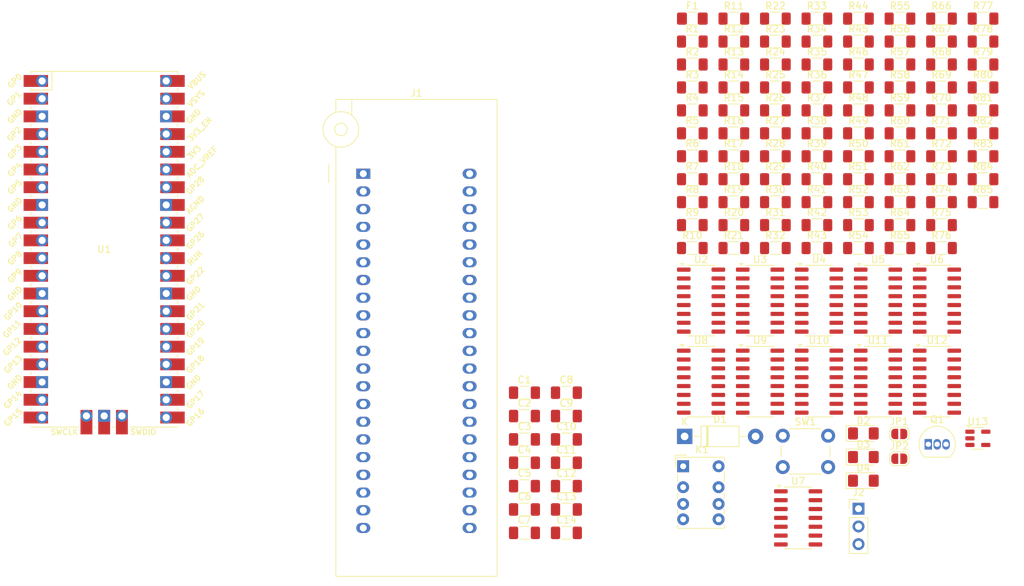
<source format=kicad_pcb>
(kicad_pcb (version 20240108) (generator "pcbnew") (generator_version "8.0")
  (layers (0 "F.Cu" signal) (31 "B.Cu" signal) (34 "B.Paste" user) (35 "F.Paste" user) (36 "B.SilkS" user "B.Silkscreen") (37 "F.SilkS" user "F.Silkscreen") (38 "B.Mask" user) (39 "F.Mask" user) (44 "Edge.Cuts" user))
  (net 0 "")
  (net 1 "GND")
  (net 2 "/SWITCHED_VCC")
  (net 3 "VCC")
  (net 4 "+3V3")
  (net 5 "Net-(D1-A)")
  (net 6 "Net-(D2-K)")
  (net 7 "Net-(D3-A)")
  (net 8 "Net-(D4-A)")
  (net 9 "Net-(U1-VBUS)")
  (net 10 "/ZIF_4")
  (net 11 "/ZIF_2")
  (net 12 "/ZIF_33")
  (net 13 "/ZIF_37")
  (net 14 "/ZIF_26")
  (net 15 "/ZIF_15")
  (net 16 "/ZIF_34")
  (net 17 "/ZIF_11")
  (net 18 "/ZIF_29")
  (net 19 "/ZIF_17")
  (net 20 "/ZIF_22")
  (net 21 "/ZIF_20")
  (net 22 "/ZIF_25")
  (net 23 "/ZIF_3")
  (net 24 "/ZIF_1")
  (net 25 "/ZIF_12")
  (net 26 "/ZIF_31")
  (net 27 "/ZIF_14")
  (net 28 "/ZIF_27")
  (net 29 "/ZIF_8")
  (net 30 "/ZIF_32")
  (net 31 "/ZIF_24")
  (net 32 "/ZIF_41")
  (net 33 "/ZIF_18")
  (net 34 "/ZIF_40")
  (net 35 "/ZIF_13")
  (net 36 "/ZIF_30")
  (net 37 "/ZIF_39")
  (net 38 "/ZIF_7")
  (net 39 "/ZIF_10")
  (net 40 "/ZIF_38")
  (net 41 "/ZIF_23")
  (net 42 "/ZIF_35")
  (net 43 "/ZIF_36")
  (net 44 "/ZIF_6")
  (net 45 "/ZIF_5")
  (net 46 "/ZIF_28")
  (net 47 "/ZIF_16")
  (net 48 "/ZIF_9")
  (net 49 "/ZIF_19")
  (net 50 "Net-(J2-Pin_3)")
  (net 51 "Net-(J2-Pin_1)")
  (net 52 "Net-(JP1-B)")
  (net 53 "Net-(JP2-B)")
  (net 56 "Net-(Q1-B)")
  (net 57 "Net-(R1-Pad1)")
  (net 58 "Net-(U2-QA)")
  (net 59 "Net-(U2-QB)")
  (net 60 "Net-(U2-QC)")
  (net 61 "Net-(U2-QD)")
  (net 62 "Net-(U2-QE)")
  (net 63 "Net-(U2-QF)")
  (net 64 "Net-(U2-QG)")
  (net 65 "Net-(U2-QH)")
  (net 66 "Net-(U3-QA)")
  (net 67 "Net-(U3-QB)")
  (net 68 "Net-(U3-QC)")
  (net 69 "Net-(U3-QD)")
  (net 70 "Net-(U3-QE)")
  (net 71 "Net-(U3-QF)")
  (net 72 "Net-(U3-QG)")
  (net 73 "Net-(U3-QH)")
  (net 74 "Net-(U4-QA)")
  (net 75 "Net-(U4-QB)")
  (net 76 "Net-(U4-QC)")
  (net 77 "Net-(U4-QD)")
  (net 78 "Net-(U4-QE)")
  (net 79 "Net-(U4-QF)")
  (net 80 "Net-(U4-QG)")
  (net 81 "Net-(U4-QH)")
  (net 82 "Net-(U5-QA)")
  (net 83 "Net-(U5-QB)")
  (net 84 "Net-(U5-QC)")
  (net 85 "Net-(U5-QD)")
  (net 86 "Net-(U5-QE)")
  (net 87 "Net-(U5-QF)")
  (net 88 "Net-(U5-QG)")
  (net 89 "Net-(U5-QH)")
  (net 90 "Net-(U6-QA)")
  (net 91 "Net-(U6-QB)")
  (net 92 "Net-(U6-QC)")
  (net 93 "Net-(U6-QD)")
  (net 94 "Net-(U6-QE)")
  (net 95 "Net-(U6-QF)")
  (net 96 "Net-(U6-QG)")
  (net 97 "Net-(U6-QH)")
  (net 98 "/SIPO_CLK")
  (net 99 "/PISO_CLK")
  (net 100 "Net-(U1-RUN)")
  (net 103 "/~{SIPO_OE}")
  (net 106 "/SIPO_SER")
  (net 112 "/SIPO_RCLK")
  (net 116 "/~{SIPO_CLR}")
  (net 122 "/PISO_SH")
  (net 125 "/~{PISO_CLR}")
  (net 128 "/PISO_INH")
  (net 131 "/~{RELAY_ENABLE}")
  (net 132 "/PISO_SER_3V3")
  (net 144 "Net-(U2-QH')")
  (net 145 "Net-(U2-~{OE})")
  (net 146 "Net-(U3-QH')")
  (net 147 "Net-(U4-QH')")
  (net 148 "Net-(U5-QH')")
  (net 150 "Net-(U7-Pad4)")
  (net 151 "Net-(U7-Pad1)")
  (net 152 "Net-(U8-Qh)")
  (net 153 "Net-(U10-Ds)")
  (net 155 "Net-(U10-Qh)")
  (net 156 "Net-(U11-Qh)")
  (net 157 "/PISO_SER")
  (footprint "Resistor_SMD:R_1206_3216Metric_Pad1.30x1.75mm_HandSolder" (layer "F.Cu") (at 139.093 64.51)
    (property "Reference" "R29")
    (property "Value" "10K")
  )
  (footprint "Resistor_SMD:R_1206_3216Metric_Pad1.30x1.75mm_HandSolder" (layer "F.Cu") (at 156.943 74.38)
    (property "Reference" "R65")
    (property "Value" "100K")
  )
  (footprint "Resistor_SMD:R_1206_3216Metric_Pad1.30x1.75mm_HandSolder" (layer "F.Cu") (at 133.143 61.22)
    (property "Reference" "R17")
    (property "Value" "10K")
  )
  (footprint "Package_SO:SOIC-16_3.9x9.9mm_P1.27mm" (layer "F.Cu") (at 136.893 93.54)
    (property "Reference" "U9")
    (property "Value" "74HCT166")
  )
  (footprint "Resistor_SMD:R_1206_3216Metric_Pad1.30x1.75mm_HandSolder" (layer "F.Cu") (at 127.193 57.93)
    (property "Reference" "R5")
    (property "Value" "10K")
  )
  (footprint "Capacitor_SMD:C_1206_3216Metric_Pad1.33x1.80mm_HandSolder" (layer "F.Cu") (at 103.143 111.87)
    (property "Reference" "C6")
    (property "Value" "100nF")
  )
  (footprint "Capacitor_SMD:C_1206_3216Metric_Pad1.33x1.80mm_HandSolder" (layer "F.Cu") (at 103.143 101.82)
    (property "Reference" "C3")
    (property "Value" "100nF")
  )
  (footprint "Capacitor_SMD:C_1206_3216Metric_Pad1.33x1.80mm_HandSolder" (layer "F.Cu") (at 109.153 101.82)
    (property "Reference" "C10")
    (property "Value" "100nF")
  )
  (footprint "Resistor_SMD:R_1206_3216Metric_Pad1.30x1.75mm_HandSolder" (layer "F.Cu") (at 145.043 71.09)
    (property "Reference" "R42")
    (property "Value" "100K")
  )
  (footprint "Resistor_SMD:R_1206_3216Metric_Pad1.30x1.75mm_HandSolder" (layer "F.Cu") (at 162.893 57.93)
    (property "Reference" "R71")
    (property "Value" "100K")
  )
  (footprint "Capacitor_SMD:C_1206_3216Metric_Pad1.33x1.80mm_HandSolder" (layer "F.Cu") (at 109.153 111.87)
    (property "Reference" "C13")
    (property "Value" "100nF")
  )
  (footprint "Resistor_SMD:R_1206_3216Metric_Pad1.30x1.75mm_HandSolder" (layer "F.Cu") (at 139.093 44.77)
    (property "Reference" "R23")
    (property "Value" "10K")
  )
  (footprint "Resistor_SMD:R_1206_3216Metric_Pad1.30x1.75mm_HandSolder" (layer "F.Cu") (at 150.993 57.93)
    (property "Reference" "R49")
    (property "Value" "100K")
  )
  (footprint "Capacitor_SMD:C_1206_3216Metric_Pad1.33x1.80mm_HandSolder" (layer "F.Cu") (at 109.153 95.12)
    (property "Reference" "C8")
    (property "Value" "100nF")
  )
  (footprint "Resistor_SMD:R_1206_3216Metric_Pad1.30x1.75mm_HandSolder" (layer "F.Cu") (at 168.843 51.35)
    (property "Reference" "R80")
    (property "Value" "100K")
  )
  (footprint "Capacitor_SMD:C_1206_3216Metric_Pad1.33x1.80mm_HandSolder" (layer "F.Cu") (at 109.153 108.52)
    (property "Reference" "C12")
    (property "Value" "100nF")
  )
  (footprint "Capacitor_SMD:C_1206_3216Metric_Pad1.33x1.80mm_HandSolder" (layer "F.Cu") (at 103.143 98.47)
    (property "Reference" "C2")
    (property "Value" "10uF")
  )
  (footprint "Diode_THT:D_DO-41_SOD81_P10.16mm_Horizontal" (layer "F.Cu") (at 126.093 101.39)
    (property "Reference" "D1")
    (property "Value" "1N5818")
  )
  (footprint "Resistor_SMD:R_1206_3216Metric_Pad1.30x1.75mm_HandSolder" (layer "F.Cu") (at 127.193 67.8)
    (property "Reference" "R8")
    (property "Value" "10K")
  )
  (footprint "Resistor_SMD:R_1206_3216Metric_Pad1.30x1.75mm_HandSolder" (layer "F.Cu") (at 133.143 71.09)
    (property "Reference" "R20")
    (property "Value" "10K")
  )
  (footprint "Resistor_SMD:R_1206_3216Metric_Pad1.30x1.75mm_HandSolder" (layer "F.Cu") (at 162.893 41.48)
    (property "Reference" "R66")
    (property "Value" "100K")
  )
  (footprint "Resistor_SMD:R_1206_3216Metric_Pad1.30x1.75mm_HandSolder" (layer "F.Cu") (at 168.843 67.8)
    (property "Reference" "R85")
    (property "Value" "100K")
  )
  (footprint "Jumper:SolderJumper-2_P1.3mm_Open_RoundedPad1.0x1.5mm" (layer "F.Cu") (at 156.843 101.04)
    (property "Reference" "JP1")
    (property "Value" "Switch 1")
  )
  (footprint "Capacitor_SMD:C_1206_3216Metric_Pad1.33x1.80mm_HandSolder" (layer "F.Cu") (at 103.143 108.52)
    (property "Reference" "C5")
    (property "Value" "100nF")
  )
  (footprint "Resistor_SMD:R_1206_3216Metric_Pad1.30x1.75mm_HandSolder" (layer "F.Cu") (at 133.143 74.38)
    (property "Reference" "R21")
    (property "Value" "10K")
  )
  (footprint "Resistor_SMD:R_1206_3216Metric_Pad1.30x1.75mm_HandSolder" (layer "F.Cu") (at 139.093 54.64)
    (property "Reference" "R26")
    (property "Value" "10K")
  )
  (footprint "Resistor_SMD:R_1206_3216Metric_Pad1.30x1.75mm_HandSolder" (layer "F.Cu") (at 145.043 44.77)
    (property "Reference" "R34")
    (property "Value" "10K")
  )
  (footprint "Package_SO:SOIC-16_3.9x9.9mm_P1.27mm" (layer "F.Cu") (at 153.793 93.54)
    (property "Reference" "U11")
    (property "Value" "74HCT166")
  )
  (footprint "Package_SO:SOIC-14_3.9x8.7mm_P1.27mm" (layer "F.Cu") (at 142.353 113.075)
    (property "Reference" "U7")
    (property "Value" "74HCT02")
  )
  (footprint "Resistor_SMD:R_1206_3216Metric_Pad1.30x1.75mm_HandSolder" (layer "F.Cu") (at 127.193 61.22)
    (property "Reference" "R6")
    (property "Value" "10K")
  )
  (footprint "Resistor_SMD:R_1206_3216Metric_Pad1.30x1.75mm_HandSolder" (layer "F.Cu") (at 156.943 48.06)
    (property "Reference" "R57")
    (property "Value" "100K")
  )
  (footprint "Resistor_SMD:R_1206_3216Metric_Pad1.30x1.75mm_HandSolder" (layer "F.Cu") (at 139.093 51.35)
    (property "Reference" "R25")
    (property "Value" "10K")
  )
  (footprint "Resistor_SMD:R_1206_3216Metric_Pad1.30x1.75mm_HandSolder" (layer "F.Cu") (at 150.993 71.09)
    (property "Reference" "R53")
    (property "Value" "100K")
  )
  (footprint "Capacitor_SMD:C_1206_3216Metric_Pad1.33x1.80mm_HandSolder" (layer "F.Cu") (at 109.153 105.17)
    (property "Reference" "C11")
    (property "Value" "100nF")
  )
  (footprint "Resistor_SMD:R_1206_3216Metric_Pad1.30x1.75mm_HandSolder" (layer "F.Cu") (at 139.093 74.38)
    (property "Reference" "R32")
    (property "Value" "10K")
  )
  (footprint "Resistor_SMD:R_1206_3216Metric_Pad1.30x1.75mm_HandSolder" (layer "F.Cu") (at 168.843 64.51)
    (property "Reference" "R84")
    (property "Value" "100K")
  )
  (footprint "Resistor_SMD:R_1206_3216Metric_Pad1.30x1.75mm_HandSolder" (layer "F.Cu") (at 139.093 57.93)
    (property "Reference" "R27")
    (property "Value" "10K")
  )
  (footprint "Resistor_SMD:R_1206_3216Metric_Pad1.30x1.75mm_HandSolder" (layer "F.Cu") (at 145.043 64.51)
    (property "Reference" "R40")
    (property "Value" "10K")
  )
  (footprint "Capacitor_SMD:C_1206_3216Metric_Pad1.33x1.80mm_HandSolder" (layer "F.Cu") (at 103.143 105.17)
    (property "Reference" "C4")
    (property "Value" "100nF")
  )
  (footprint "Resistor_SMD:R_1206_3216Metric_Pad1.30x1.75mm_HandSolder" (layer "F.Cu") (at 127.193 71.09)
    (property "Reference" "R9")
    (property "Value" "10K")
  )
  (footprint "Resistor_SMD:R_1206_3216Metric_Pad1.30x1.75mm_HandSolder" (layer "F.Cu") (at 162.893 44.77)
    (property "Reference" "R67")
    (property "Value" "100K")
  )
  (footprint "Resistor_SMD:R_1206_3216Metric_Pad1.30x1.75mm_HandSolder" (layer "F.Cu") (at 145.043 74.38)
    (property "Reference" "R43")
    (property "Value" "1K")
  )
  (footprint "Resistor_SMD:R_1206_3216Metric_Pad1.30x1.75mm_HandSolder" (layer "F.Cu") (at 156.943 67.8)
    (property "Reference" "R63")
    (property "Value" "100K")
  )
  (footprint "LED_SMD:LED_1206_3216Metric_Pad1.42x1.75mm_HandSolder" (layer "F.Cu") (at 151.698 104.35)
    (property "Reference" "D3")
    (property "Value" "SIPO ACT")
  )
  (footprint "Resistor_SMD:R_1206_3216Metric_Pad1.30x1.75mm_HandSolder" (layer "F.Cu") (at 139.093 71.09)
    (property "Reference" "R31")
    (property "Value" "10K")
  )
  (footprint "Package_SO:SOIC-16_3.9x9.9mm_P1.27mm" (layer "F.Cu") (at 136.893 81.92)
    (property "Reference" "U3")
    (property "Value" "74HCT595")
  )
  (footprint "Jumper:SolderJumper-2_P1.3mm_Open_RoundedPad1.0x1.5mm" (layer "F.Cu") (at 156.843 104.59)
    (property "Reference" "JP2")
    (property "Value" "Switch 2")
  )
  (footprint "LED_SMD:LED_1206_3216Metric_Pad1.42x1.75mm_HandSolder" (layer "F.Cu") (at 151.698 100.96)
    (property "Reference" "D2")
    (property "Value" "SOCKET VCC")
  )
  (footprint "Resistor_SMD:R_1206_3216Metric_Pad1.30x1.75mm_HandSolder" (layer "F.Cu") (at 156.943 57.93)
    (property "Reference" "R60")
    (property "Value" "100K")
  )
  (footprint "Resistor_SMD:R_1206_3216Metric_Pad1.30x1.75mm_HandSolder" (layer "F.Cu") (at 127.193 74.38)
    (property "Reference" "R10")
    (property "Value" "10K")
  )
  (footprint "Package_SO:SOIC-16_3.9x9.9mm_P1.27mm" (layer "F.Cu") (at 128.443 93.54)
    (property "Reference" "U8")
    (property "Value" "74HCT166")
  )
  (footprint "Resistor_SMD:R_1206_3216Metric_Pad1.30x1.75mm_HandSolder" (layer "F.Cu") (at 150.993 61.22)
    (property "Reference" "R50")
    (property "Value" "100K")
  )
  (footprint "Resistor_SMD:R_1206_3216Metric_Pad1.30x1.75mm_HandSolder" (layer "F.Cu") (at 145.043 54.64)
    (property "Reference" "R37")
    (property "Value" "10K")
  )
  (footprint "Resistor_SMD:R_1206_3216Metric_Pad1.30x1.75mm_HandSolder" (layer "F.Cu") (at 156.943 64.51)
    (property "Reference" "R62")
    (property "Value" "100K")
  )
  (footprint "Resistor_SMD:R_1206_3216Metric_Pad1.30x1.75mm_HandSolder" (layer "F.Cu") (at 150.993 67.8)
    (property "Reference" "R52")
    (property "Value" "100K")
  )
  (footprint "Capacitor_SMD:C_1206_3216Metric_Pad1.33x1.80mm_HandSolder" (layer "F.Cu") (at 109.153 115.22)
    (property "Reference" "C14")
    (property "Value" "100nF")
  )
  (footprint "Resistor_SMD:R_1206_3216Metric_Pad1.30x1.75mm_HandSolder" (layer "F.Cu") (at 133.143 54.64)
    (property "Reference" "R15")
    (property "Value" "10K")
  )
  (footprint "Package_SO:SOIC-16_3.9x9.9mm_P1.27mm" (layer "F.Cu") (at 128.443 81.92)
    (property "Reference" "U2")
    (property "Value" "74HCT595")
  )
  (footprint "Package_TO_SOT_THT:TO-92_Inline" (layer "F.Cu") (at 161.003 102.52)
    (property "Reference" "Q1")
    (property "Value" "2N3904")
  )
  (footprint "Resistor_SMD:R_1206_3216Metric_Pad1.30x1.75mm_HandSolder" (layer "F.Cu") (at 133.143 51.35)
    (property "Reference" "R14")
    (property "Value" "10K")
  )
  (footprint "Resistor_SMD:R_1206_3216Metric_Pad1.30x1.75mm_HandSolder" (layer "F.Cu") (at 168.843 48.06)
    (property "Reference" "R79")
    (property "Value" "100K")
  )
  (footprint "Resistor_SMD:R_1206_3216Metric_Pad1.30x1.75mm_HandSolder" (layer "F.Cu") (at 156.943 54.64)
    (property "Reference" "R59")
    (property "Value" "100K")
  )
  (footprint "Resistor_SMD:R_1206_3216Metric_Pad1.30x1.75mm_HandSolder" (layer "F.Cu") (at 145.043 67.8)
    (property "Reference" "R41")
    (property "Value" "10K")
  )
  (footprint "Resistor_SMD:R_1206_3216Metric_Pad1.30x1.75mm_HandSolder" (layer "F.Cu") (at 150.993 48.06)
    (property "Reference" "R46")
    (property "Value" "100K")
  )
  (footprint "Resistor_SMD:R_1206_3216Metric_Pad1.30x1.75mm_HandSolder" (layer "F.Cu") (at 145.043 57.93)
    (property "Reference" "R38")
    (property "Value" "10K")
  )
  (footprint "Resistor_SMD:R_1206_3216Metric_Pad1.30x1.75mm_HandSolder" (layer "F.Cu") (at 127.193 54.64)
    (property "Reference" "R4")
    (property "Value" "10K")
  )
  (footprint "Resistor_SMD:R_1206_3216Metric_Pad1.30x1.75mm_HandSolder" (layer "F.Cu") (at 162.893 64.51)
    (property "Reference" "R73")
    (property "Value" "100K")
  )
  (footprint "Resistor_SMD:R_1206_3216Metric_Pad1.30x1.75mm_HandSolder" (layer "F.Cu") (at 127.193 48.06)
    (property "Reference" "R2")
    (property "Value" "10K")
  )
  (footprint "LED_SMD:LED_1206_3216Metric_Pad1.42x1.75mm_HandSolder" (layer "F.Cu") (at 151.698 107.74)
    (property "Reference" "D4")
    (property "Value" "PISO ACT")
  )
  (footprint "Resistor_SMD:R_1206_3216Metric_Pad1.30x1.75mm_HandSolder" (layer "F.Cu") (at 133.143 48.06)
    (property "Reference" "R13")
    (property "Value" "10K")
  )
  (footprint "Package_TO_SOT_SMD:SOT-23-5" (layer "F.Cu") (at 168.103 101.665)
    (property "Reference" "U13")
    (property "Value" "SN74LV1T125DBV")
  )
  (footprint "Resistor_SMD:R_1206_3216Metric_Pad1.30x1.75mm_HandSolder" (layer "F.Cu") (at 162.893 67.8)
    (property "Reference" "R74")
    (property "Value" "100K")
  )
  (footprint "Resistor_SMD:R_1206_3216Metric_Pad1.30x1.75mm_HandSolder" (layer "F.Cu") (at 168.843 41.48)
    (property "Reference" "R77")
    (property "Value" "100K")
  )
  (footprint "Resistor_SMD:R_1206_3216Metric_Pad1.30x1.75mm_HandSolder" (layer "F.Cu") (at 168.843 54.64)
    (property "Reference" "R81")
    (property "Value" "100K")
  )
  (footprint "Resistor_SMD:R_1206_3216Metric_Pad1.30x1.75mm_HandSolder" (layer "F.Cu") (at 162.893 48.06)
    (property "Reference" "R68")
    (property "Value" "100K")
  )
  (footprint "Relay_THT:Relay_DPDT_Omron_G6K-2P-Y" (layer "F.Cu") (at 125.878 105.675)
    (property "Reference" "K1")
    (property "Value" "G6K-2")
  )
  (footprint "Button_Switch_THT:SW_PUSH_6mm" (layer "F.Cu") (at 140.153 101.29)
    (property "Reference" "SW1")
    (property "Value" "RESET")
  )
  (footprint "Resistor_SMD:R_1206_3216Metric_Pad1.30x1.75mm_HandSolder" (layer "F.Cu") (at 150.993 41.48)
    (property "Reference" "R44")
    (property "Value" "1K")
  )
  (footprint "Resistor_SMD:R_1206_3216Metric_Pad1.30x1.75mm_HandSolder" (layer "F.Cu") (at 133.143 44.77)
    (property "Reference" "R12")
    (property "Value" "10K")
  )
  (footprint "Resistor_SMD:R_1206_3216Metric_Pad1.30x1.75mm_HandSolder" (layer "F.Cu") (at 127.193 44.77)
    (property "Reference" "R1")
    (property "Value" "2.2K")
  )
  (footprint "Resistor_SMD:R_1206_3216Metric_Pad1.30x1.75mm_HandSolder" (layer "F.Cu") (at 150.993 51.35)
    (property "Reference" "R47")
    (property "Value" "100K")
  )
  (footprint "Package_SO:SOIC-16_3.9x9.9mm_P1.27mm" (layer "F.Cu") (at 145.343 93.54)
    (property "Reference" "U10")
    (property "Value" "74HCT166")
  )
  (footprint "Socket:DIP_Socket-42_W11.9_W12.7_W15.24_W17.78_W18.5_3M_242-1281-00-0602J" (layer "F.Cu") (at 80.048 63.72)
    (property "Reference" "J1")
    (property "Value" "ZIF Socket")
  )
  (footprint "Resistor_SMD:R_1206_3216Metric_Pad1.30x1.75mm_HandSolder" (layer "F.Cu") (at 156.943 71.09)
    (property "Reference" "R64")
    (property "Value" "100K")
  )
  (footprint "Resistor_SMD:R_1206_3216Metric_Pad1.30x1.75mm_HandSolder" (layer "F.Cu") (at 156.943 61.22)
    (property "Reference" "R61")
    (property "Value" "100K")
  )
  (footprint "Resistor_SMD:R_1206_3216Metric_Pad1.30x1.75mm_HandSolder" (layer "F.Cu") (at 145.043 48.06)
    (property "Reference" "R35")
    (property "Value" "10K")
  )
  (footprint "Resistor_SMD:R_1206_3216Metric_Pad1.30x1.75mm_HandSolder" (layer "F.Cu") (at 145.043 51.35)
    (property "Reference" "R36")
    (property "Value" "10K")
  )
  (footprint "Package_SO:SOIC-16_3.9x9.9mm_P1.27mm" (layer "F.Cu") (at 153.793 81.92)
    (property "Reference" "U5")
    (property "Value" "74HCT595")
  )
  (footprint "Capacitor_SMD:C_1206_3216Metric_Pad1.33x1.80mm_HandSolder" (layer "F.Cu") (at 103.143 95.12)
    (property "Reference" "C1")
    (property "Value" "100nF")
  )
  (footprint "Resistor_SMD:R_1206_3216Metric_Pad1.30x1.75mm_HandSolder" (layer "F.Cu") (at 150.993 64.51)
    (property "Reference" "R51")
    (property "Value" "100K")
  )
  (footprint "Resistor_SMD:R_1206_3216Metric_Pad1.30x1.75mm_HandSolder" (layer "F.Cu") (at 168.843 61.22)
    (property "Reference" "R83")
    (property "Value" "100K")
  )
  (footprint "Connector_PinHeader_2.54mm:PinHeader_1x03_P2.54mm_Vertical" (layer "F.Cu") (at 151.003 111.76)
    (property "Reference" "J2")
    (property "Value" "Debug Header")
  )
  (footprint "Resistor_SMD:R_1206_3216Metric_Pad1.30x1.75mm_HandSolder" (layer "F.Cu") (at 139.093 41.48)
    (property "Reference" "R22")
    (property "Value" "10K")
  )
  (footprint "Package_SO:SOIC-16_3.9x9.9mm_P1.27mm" (layer "F.Cu") (at 145.343 81.92)
    (property "Reference" "U4")
    (property "Value" "74HCT595")
  )
  (footprint "Resistor_SMD:R_1206_3216Metric_Pad1.30x1.75mm_HandSolder" (layer "F.Cu") (at 162.893 54.64)
    (property "Reference" "R70")
    (property "Value" "100K")
  )
  (footprint "Package_SO:SOIC-16_3.9x9.9mm_P1.27mm" (layer "F.Cu") (at 162.243 93.54)
    (property "Reference" "U12")
    (property "Value" "74HCT166")
  )
  (footprint "Fuse:Fuse_1206_3216Metric_Pad1.42x1.75mm_HandSolder" (layer "F.Cu") (at 127.193 41.48)
    (property "Reference" "F1")
    (property "Value" "500mA")
  )
  (footprint "MCU_RaspberryPi_and_Boards:RPi_Pico_SMD_TH" (layer "F.Cu") (at 42.926 74.549)
    (property "Reference" "U1")
    (property "Value" "Pico")
  )
  (footprint "Resistor_SMD:R_1206_3216Metric_Pad1.30x1.75mm_HandSolder" (layer "F.Cu") (at 139.093 61.22)
    (property "Reference" "R28")
    (property "Value" "10K")
  )
  (footprint "Capacitor_SMD:C_1206_3216Metric_Pad1.33x1.80mm_HandSolder" (layer "F.Cu") (at 103.143 115.22)
    (property "Reference" "C7")
    (property "Value" "100nF")
  )
  (footprint "Resistor_SMD:R_1206_3216Metric_Pad1.30x1.75mm_HandSolder" (layer "F.Cu") (at 133.143 64.51)
    (property "Reference" "R18")
    (property "Value" "10K")
  )
  (footprint "Resistor_SMD:R_1206_3216Metric_Pad1.30x1.75mm_HandSolder" (layer "F.Cu") (at 133.143 41.48)
    (property "Reference" "R11")
    (property "Value" "10K")
  )
  (footprint "Resistor_SMD:R_1206_3216Metric_Pad1.30x1.75mm_HandSolder" (layer "F.Cu") (at 133.143 57.93)
    (property "Reference" "R16")
    (property "Value" "10K")
  )
  (footprint "Resistor_SMD:R_1206_3216Metric_Pad1.30x1.75mm_HandSolder" (layer "F.Cu") (at 139.093 67.8)
    (property "Reference" "R30")
    (property "Value" "10K")
  )
  (footprint "Resistor_SMD:R_1206_3216Metric_Pad1.30x1.75mm_HandSolder" (layer "F.Cu") (at 156.943 51.35)
    (property "Reference" "R58")
    (property "Value" "100K")
  )
  (footprint "Resistor_SMD:R_1206_3216Metric_Pad1.30x1.75mm_HandSolder" (layer "F.Cu") (at 168.843 57.93)
    (property "Reference" "R82")
    (property "Value" "100K")
  )
  (footprint "Resistor_SMD:R_1206_3216Metric_Pad1.30x1.75mm_HandSolder" (layer "F.Cu") (at 162.893 74.38)
    (property "Reference" "R76")
    (property "Value" "100K")
  )
  (footprint "Package_SO:SOIC-16_3.9x9.9mm_P1.27mm" (layer "F.Cu") (at 162.243 81.92)
    (property "Reference" "U6")
    (property "Value" "74HCT595")
  )
  (footprint "Resistor_SMD:R_1206_3216Metric_Pad1.30x1.75mm_HandSolder" (layer "F.Cu") (at 145.043 61.22)
    (property "Reference" "R39")
    (property "Value" "10K")
  )
  (footprint "Resistor_SMD:R_1206_3216Metric_Pad1.30x1.75mm_HandSolder" (layer "F.Cu") (at 162.893 51.35)
    (property "Reference" "R69")
    (property "Value" "100K")
  )
  (footprint "Resistor_SMD:R_1206_3216Metric_Pad1.30x1.75mm_HandSolder" (layer "F.Cu") (at 150.993 74.38)
    (property "Reference" "R54")
    (property "Value" "100K")
  )
  (footprint "Resistor_SMD:R_1206_3216Metric_Pad1.30x1.75mm_HandSolder" (layer "F.Cu") (at 127.193 64.51)
    (property "Reference" "R7")
    (property "Value" "10K")
  )
  (footprint "Resistor_SMD:R_1206_3216Metric_Pad1.30x1.75mm_HandSolder" (layer "F.Cu") (at 162.893 71.09)
    (property "Reference" "R75")
    (property "Value" "100K")
  )
  (footprint "Resistor_SMD:R_1206_3216Metric_Pad1.30x1.75mm_HandSolder" (layer "F.Cu") (at 150.993 44.77)
    (property "Reference" "R45")
    (property "Value" "1K")
  )
  (footprint "Resistor_SMD:R_1206_3216Metric_Pad1.30x1.75mm_HandSolder" (layer "F.Cu") (at 156.943 44.77)
    (property "Reference" "R56")
    (property "Value" "100K")
  )
  (footprint "Resistor_SMD:R_1206_3216Metric_Pad1.30x1.75mm_HandSolder" (layer "F.Cu") (at 168.843 44.77)
    (property "Reference" "R78")
    (property "Value" "100K")
  )
  (footprint "Resistor_SMD:R_1206_3216Metric_Pad1.30x1.75mm_HandSolder" (layer "F.Cu") (at 145.043 41.48)
    (property "Reference" "R33")
    (property "Value" "10K")
  )
  (footprint "Resistor_SMD:R_1206_3216Metric_Pad1.30x1.75mm_HandSolder" (layer "F.Cu") (at 139.093 48.06)
    (property "Reference" "R24")
    (property "Value" "10K")
  )
  (footprint "Resistor_SMD:R_1206_3216Metric_Pad1.30x1.75mm_HandSolder" (layer "F.Cu") (at 127.193 51.35)
    (property "Reference" "R3")
    (property "Value" "10K")
  )
  (footprint "Resistor_SMD:R_1206_3216Metric_Pad1.30x1.75mm_HandSolder" (layer "F.Cu") (at 150.993 54.64)
    (property "Reference" "R48")
    (property "Value" "100K")
  )
  (footprint "Resistor_SMD:R_1206_3216Metric_Pad1.30x1.75mm_HandSolder" (layer "F.Cu") (at 162.893 61.22)
    (property "Reference" "R72")
    (property "Value" "100K")
  )
  (footprint "Capacitor_SMD:C_1206_3216Metric_Pad1.33x1.80mm_HandSolder" (layer "F.Cu") (at 109.153 98.47)
    (property "Reference" "C9")
    (property "Value" "100nF")
  )
  (footprint "Resistor_SMD:R_1206_3216Metric_Pad1.30x1.75mm_HandSolder" (layer "F.Cu") (at 133.143 67.8)
    (property "Reference" "R19")
    (property "Value" "10K")
  )
  (footprint "Resistor_SMD:R_1206_3216Metric_Pad1.30x1.75mm_HandSolder" (layer "F.Cu") (at 156.943 41.48)
    (property "Reference" "R55")
    (property "Value" "100K")
  )
)
</source>
